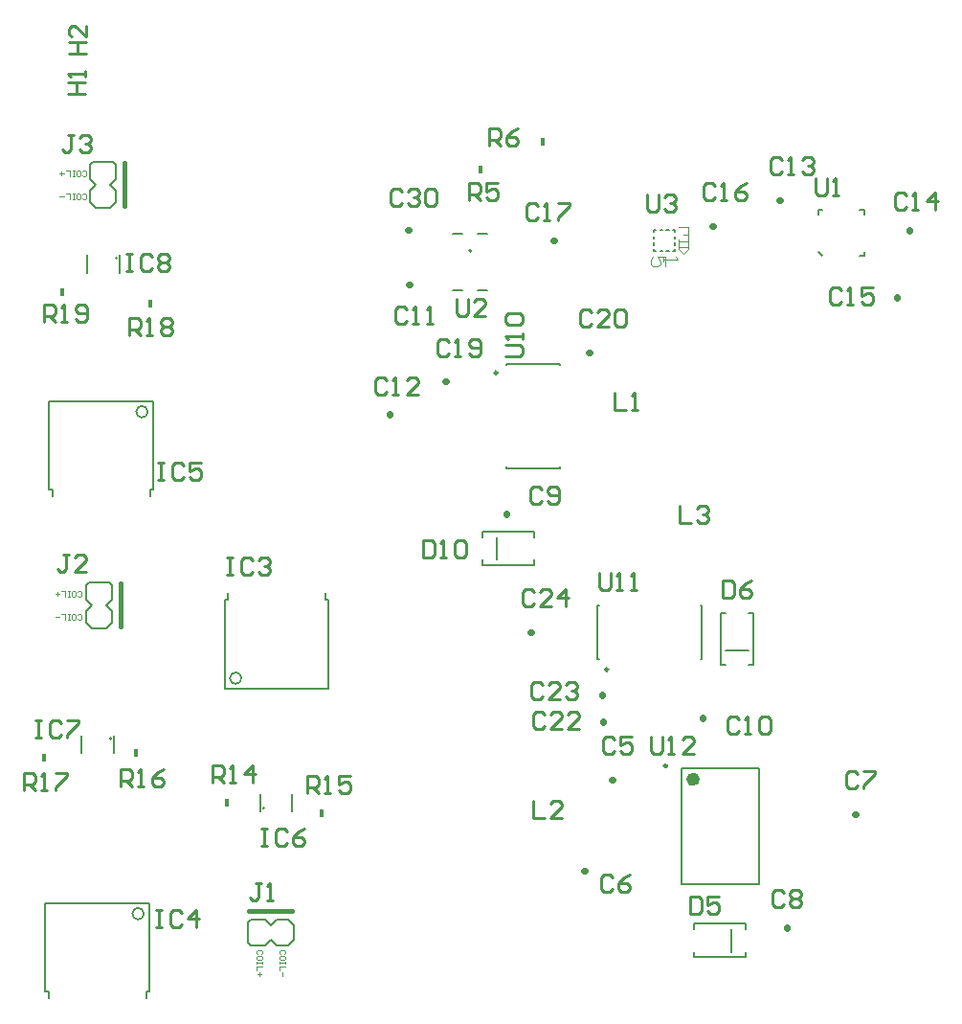
<source format=gto>
%FSLAX44Y44*%
%MOMM*%
G71*
G01*
G75*
G04 Layer_Color=65535*
%ADD10R,5.8166X8.0010*%
%ADD11R,0.8128X1.4224*%
%ADD12R,1.1176X1.0160*%
%ADD13R,1.0160X1.1176*%
%ADD14R,0.5080X1.2192*%
%ADD15R,1.2192X0.5080*%
%ADD16R,1.2700X1.4732*%
%ADD17R,2.5500X1.5500*%
%ADD18R,2.5500X0.9500*%
%ADD19R,2.5500X0.5500*%
%ADD20R,0.6096X0.9144*%
%ADD21R,1.6002X2.7178*%
%ADD22R,1.4732X1.2700*%
%ADD23O,2.0500X0.7000*%
%ADD24R,1.5500X2.5500*%
%ADD25R,0.9500X2.5500*%
%ADD26R,0.5500X2.5500*%
%ADD27R,2.7178X1.6002*%
%ADD28R,0.8128X0.3048*%
%ADD29R,0.3048X0.8128*%
%ADD30C,0.1524*%
%ADD31C,0.8000*%
%ADD32C,0.2540*%
%ADD33C,0.1540*%
%ADD34R,1.0080X1.0080*%
%ADD35C,1.5000*%
%ADD36C,1.5240*%
%ADD37C,0.5000*%
%ADD38C,6.3500*%
%ADD39P,1.3205X8X112.5*%
%ADD40R,1.2200X1.2200*%
%ADD41P,1.3205X8X22.5*%
%ADD42R,1.2200X1.2200*%
%ADD43C,1.2700*%
%ADD44C,1.0160*%
%ADD45C,1.9160*%
G04:AMPARAMS|DCode=46|XSize=2.424mm|YSize=2.424mm|CornerRadius=0mm|HoleSize=0mm|Usage=FLASHONLY|Rotation=0.000|XOffset=0mm|YOffset=0mm|HoleType=Round|Shape=Relief|Width=0.254mm|Gap=0.254mm|Entries=4|*
%AMTHD46*
7,0,0,2.4240,1.9160,0.2540,45*
%
%ADD46THD46*%
%ADD47C,1.7780*%
G04:AMPARAMS|DCode=48|XSize=2.286mm|YSize=2.286mm|CornerRadius=0mm|HoleSize=0mm|Usage=FLASHONLY|Rotation=0.000|XOffset=0mm|YOffset=0mm|HoleType=Round|Shape=Relief|Width=0.254mm|Gap=0.254mm|Entries=4|*
%AMTHD48*
7,0,0,2.2860,1.7780,0.2540,45*
%
%ADD48THD48*%
%ADD49C,1.5160*%
G04:AMPARAMS|DCode=50|XSize=4.699mm|YSize=4.699mm|CornerRadius=0mm|HoleSize=0mm|Usage=FLASHONLY|Rotation=0.000|XOffset=0mm|YOffset=0mm|HoleType=Round|Shape=Relief|Width=0.254mm|Gap=0.254mm|Entries=4|*
%AMTHD50*
7,0,0,4.6990,4.1910,0.2540,45*
%
%ADD50THD50*%
G04:AMPARAMS|DCode=51|XSize=4.724mm|YSize=4.724mm|CornerRadius=0mm|HoleSize=0mm|Usage=FLASHONLY|Rotation=0.000|XOffset=0mm|YOffset=0mm|HoleType=Round|Shape=Relief|Width=0.254mm|Gap=0.254mm|Entries=4|*
%AMTHD51*
7,0,0,4.7240,4.2160,0.2540,45*
%
%ADD51THD51*%
%ADD52C,1.8160*%
%ADD53C,1.7272*%
G04:AMPARAMS|DCode=54|XSize=2.2352mm|YSize=2.2352mm|CornerRadius=0mm|HoleSize=0mm|Usage=FLASHONLY|Rotation=0.000|XOffset=0mm|YOffset=0mm|HoleType=Round|Shape=Relief|Width=0.254mm|Gap=0.254mm|Entries=4|*
%AMTHD54*
7,0,0,2.2352,1.7272,0.2540,45*
%
%ADD54THD54*%
%ADD55C,0.2032*%
%ADD56C,0.2500*%
%ADD57C,0.0000*%
%ADD58C,0.6000*%
%ADD59C,0.5588*%
%ADD60C,0.2000*%
%ADD61C,0.1524*%
%ADD62C,0.4064*%
%ADD63C,0.0415*%
%ADD64C,0.0762*%
%ADD65R,0.4572X0.7620*%
D32*
X470330Y-358731D02*
Y-373966D01*
X480486D01*
X485565D02*
X490643D01*
X488104D01*
Y-358731D01*
X485565Y-361270D01*
X300990Y-489209D02*
Y-504444D01*
X308607D01*
X311146Y-501905D01*
Y-491749D01*
X308607Y-489209D01*
X300990D01*
X316225Y-504444D02*
X321303D01*
X318764D01*
Y-489209D01*
X316225Y-491749D01*
X328921D02*
X331460Y-489209D01*
X336538D01*
X339077Y-491749D01*
Y-501905D01*
X336538Y-504444D01*
X331460D01*
X328921Y-501905D01*
Y-491749D01*
X565834Y-524593D02*
Y-539828D01*
X573451D01*
X575990Y-537289D01*
Y-527132D01*
X573451Y-524593D01*
X565834D01*
X591225D02*
X586147Y-527132D01*
X581069Y-532211D01*
Y-537289D01*
X583608Y-539828D01*
X588686D01*
X591225Y-537289D01*
Y-534750D01*
X588686Y-532211D01*
X581069D01*
X537386Y-804247D02*
Y-819482D01*
X545003D01*
X547542Y-816943D01*
Y-806786D01*
X545003Y-804247D01*
X537386D01*
X562777D02*
X552621D01*
Y-811865D01*
X557699Y-809326D01*
X560238D01*
X562777Y-811865D01*
Y-816943D01*
X560238Y-819482D01*
X555160D01*
X552621Y-816943D01*
X503047Y-662310D02*
Y-675006D01*
X505586Y-677545D01*
X510664D01*
X513203Y-675006D01*
Y-662310D01*
X518282Y-677545D02*
X523360D01*
X520821D01*
Y-662310D01*
X518282Y-664849D01*
X541134Y-677545D02*
X530978D01*
X541134Y-667389D01*
Y-664849D01*
X538595Y-662310D01*
X533517D01*
X530978Y-664849D01*
X456916Y-518175D02*
Y-530871D01*
X459455Y-533410D01*
X464533D01*
X467072Y-530871D01*
Y-518175D01*
X472151Y-533410D02*
X477229D01*
X474690D01*
Y-518175D01*
X472151Y-520714D01*
X484847Y-533410D02*
X489925D01*
X487386D01*
Y-518175D01*
X484847Y-520714D01*
X373893Y-326264D02*
X386589Y-326369D01*
X389149Y-323851D01*
X389191Y-318773D01*
X386673Y-316213D01*
X373978Y-316107D01*
X389254Y-311156D02*
X389297Y-306078D01*
X389276Y-308617D01*
X374041Y-308490D01*
X376559Y-311050D01*
X376665Y-298355D02*
X374147Y-295794D01*
X374189Y-290716D01*
X376749Y-288198D01*
X386906Y-288283D01*
X389424Y-290843D01*
X389381Y-295921D01*
X386821Y-298439D01*
X376665Y-298355D01*
X499032Y-183471D02*
Y-196167D01*
X501571Y-198706D01*
X506649D01*
X509188Y-196167D01*
Y-183471D01*
X514267Y-186010D02*
X516806Y-183471D01*
X521884D01*
X524423Y-186010D01*
Y-188550D01*
X521884Y-191089D01*
X519345D01*
X521884D01*
X524423Y-193628D01*
Y-196167D01*
X521884Y-198706D01*
X516806D01*
X514267Y-196167D01*
X330962Y-276103D02*
Y-288799D01*
X333501Y-291338D01*
X338579D01*
X341118Y-288799D01*
Y-276103D01*
X356353Y-291338D02*
X346197D01*
X356353Y-281182D01*
Y-278643D01*
X353814Y-276103D01*
X348736D01*
X346197Y-278643D01*
X648384Y-169501D02*
Y-182197D01*
X650923Y-184736D01*
X656001D01*
X658540Y-182197D01*
Y-169501D01*
X663619Y-184736D02*
X668697D01*
X666158D01*
Y-169501D01*
X663619Y-172041D01*
X-33782Y-296418D02*
Y-281183D01*
X-26165D01*
X-23626Y-283722D01*
Y-288801D01*
X-26165Y-291340D01*
X-33782D01*
X-28704D02*
X-23626Y-296418D01*
X-18547D02*
X-13469D01*
X-16008D01*
Y-281183D01*
X-18547Y-283722D01*
X-5851Y-293879D02*
X-3312Y-296418D01*
X1766D01*
X4305Y-293879D01*
Y-283722D01*
X1766Y-281183D01*
X-3312D01*
X-5851Y-283722D01*
Y-286262D01*
X-3312Y-288801D01*
X4305D01*
X41148Y-307848D02*
Y-292613D01*
X48765D01*
X51304Y-295152D01*
Y-300231D01*
X48765Y-302770D01*
X41148D01*
X46226D02*
X51304Y-307848D01*
X56383D02*
X61461D01*
X58922D01*
Y-292613D01*
X56383Y-295152D01*
X69079D02*
X71618Y-292613D01*
X76696D01*
X79235Y-295152D01*
Y-297692D01*
X76696Y-300231D01*
X79235Y-302770D01*
Y-305309D01*
X76696Y-307848D01*
X71618D01*
X69079Y-305309D01*
Y-302770D01*
X71618Y-300231D01*
X69079Y-297692D01*
Y-295152D01*
X71618Y-300231D02*
X76696D01*
X-51562Y-710184D02*
Y-694949D01*
X-43945D01*
X-41406Y-697488D01*
Y-702567D01*
X-43945Y-705106D01*
X-51562D01*
X-46484D02*
X-41406Y-710184D01*
X-36327D02*
X-31249D01*
X-33788D01*
Y-694949D01*
X-36327Y-697488D01*
X-23631Y-694949D02*
X-13475D01*
Y-697488D01*
X-23631Y-707645D01*
Y-710184D01*
X33274Y-707136D02*
Y-691901D01*
X40891D01*
X43430Y-694441D01*
Y-699519D01*
X40891Y-702058D01*
X33274D01*
X38352D02*
X43430Y-707136D01*
X48509D02*
X53587D01*
X51048D01*
Y-691901D01*
X48509Y-694441D01*
X71361Y-691901D02*
X66283Y-694441D01*
X61205Y-699519D01*
Y-704597D01*
X63744Y-707136D01*
X68822D01*
X71361Y-704597D01*
Y-702058D01*
X68822Y-699519D01*
X61205D01*
X198873Y-712597D02*
Y-697362D01*
X206490D01*
X209029Y-699902D01*
Y-704980D01*
X206490Y-707519D01*
X198873D01*
X203951D02*
X209029Y-712597D01*
X214108D02*
X219186D01*
X216647D01*
Y-697362D01*
X214108Y-699902D01*
X236960Y-697362D02*
X226804D01*
Y-704980D01*
X231882Y-702441D01*
X234421D01*
X236960Y-704980D01*
Y-710058D01*
X234421Y-712597D01*
X229343D01*
X226804Y-710058D01*
X114730Y-703658D02*
Y-688423D01*
X122347D01*
X124886Y-690963D01*
Y-696041D01*
X122347Y-698580D01*
X114730D01*
X119808D02*
X124886Y-703658D01*
X129965D02*
X135043D01*
X132504D01*
Y-688423D01*
X129965Y-690963D01*
X150278Y-703658D02*
Y-688423D01*
X142661Y-696041D01*
X152817D01*
X359156Y-140716D02*
Y-125481D01*
X366773D01*
X369312Y-128020D01*
Y-133099D01*
X366773Y-135638D01*
X359156D01*
X364234D02*
X369312Y-140716D01*
X384547Y-125481D02*
X379469Y-128020D01*
X374391Y-133099D01*
Y-138177D01*
X376930Y-140716D01*
X382008D01*
X384547Y-138177D01*
Y-135638D01*
X382008Y-133099D01*
X374391D01*
X341630Y-188468D02*
Y-173233D01*
X349247D01*
X351786Y-175772D01*
Y-180851D01*
X349247Y-183390D01*
X341630D01*
X346708D02*
X351786Y-188468D01*
X367021Y-173233D02*
X356865D01*
Y-180851D01*
X361943Y-178312D01*
X364482D01*
X367021Y-180851D01*
Y-185929D01*
X364482Y-188468D01*
X359404D01*
X356865Y-185929D01*
X527734Y-458807D02*
Y-474042D01*
X537890D01*
X542969Y-461347D02*
X545508Y-458807D01*
X550586D01*
X553125Y-461347D01*
Y-463886D01*
X550586Y-466425D01*
X548047D01*
X550586D01*
X553125Y-468964D01*
Y-471503D01*
X550586Y-474042D01*
X545508D01*
X542969Y-471503D01*
X398448Y-719411D02*
Y-734646D01*
X408604D01*
X423839D02*
X413683D01*
X423839Y-724490D01*
Y-721951D01*
X421300Y-719411D01*
X416222D01*
X413683Y-721951D01*
X-7936Y-130617D02*
X-13014D01*
X-10475D01*
Y-143313D01*
X-13014Y-145852D01*
X-15553D01*
X-18092Y-143313D01*
X-2857Y-133156D02*
X-318Y-130617D01*
X4760D01*
X7299Y-133156D01*
Y-135696D01*
X4760Y-138235D01*
X2221D01*
X4760D01*
X7299Y-140774D01*
Y-143313D01*
X4760Y-145852D01*
X-318D01*
X-2857Y-143313D01*
X-12036Y-502101D02*
X-17114D01*
X-14575D01*
Y-514797D01*
X-17114Y-517336D01*
X-19653D01*
X-22192Y-514797D01*
X3199Y-517336D02*
X-6957D01*
X3199Y-507180D01*
Y-504641D01*
X660Y-502101D01*
X-4418D01*
X-6957Y-504641D01*
X157906Y-792055D02*
X152828D01*
X155367D01*
Y-804751D01*
X152828Y-807290D01*
X150289D01*
X147750Y-804751D01*
X162985Y-807290D02*
X168063D01*
X165524D01*
Y-792055D01*
X162985Y-794594D01*
X38354Y-236225D02*
X43432D01*
X40893D01*
Y-251460D01*
X38354D01*
X43432D01*
X61206Y-238764D02*
X58667Y-236225D01*
X53589D01*
X51049Y-238764D01*
Y-248921D01*
X53589Y-251460D01*
X58667D01*
X61206Y-248921D01*
X66285Y-238764D02*
X68824Y-236225D01*
X73902D01*
X76441Y-238764D01*
Y-241304D01*
X73902Y-243843D01*
X76441Y-246382D01*
Y-248921D01*
X73902Y-251460D01*
X68824D01*
X66285Y-248921D01*
Y-246382D01*
X68824Y-243843D01*
X66285Y-241304D01*
Y-238764D01*
X68824Y-243843D02*
X73902D01*
X-42164Y-648721D02*
X-37086D01*
X-39625D01*
Y-663956D01*
X-42164D01*
X-37086D01*
X-19312Y-651261D02*
X-21851Y-648721D01*
X-26929D01*
X-29469Y-651261D01*
Y-661417D01*
X-26929Y-663956D01*
X-21851D01*
X-19312Y-661417D01*
X-14233Y-648721D02*
X-4077D01*
Y-651261D01*
X-14233Y-661417D01*
Y-663956D01*
X157734Y-744225D02*
X162812D01*
X160273D01*
Y-759460D01*
X157734D01*
X162812D01*
X180586Y-746765D02*
X178047Y-744225D01*
X172969D01*
X170429Y-746765D01*
Y-756921D01*
X172969Y-759460D01*
X178047D01*
X180586Y-756921D01*
X195821Y-744225D02*
X190743Y-746765D01*
X185665Y-751843D01*
Y-756921D01*
X188204Y-759460D01*
X193282D01*
X195821Y-756921D01*
Y-754382D01*
X193282Y-751843D01*
X185665D01*
X66402Y-420315D02*
X71480D01*
X68941D01*
Y-435550D01*
X66402D01*
X71480D01*
X89254Y-422854D02*
X86715Y-420315D01*
X81637D01*
X79097Y-422854D01*
Y-433011D01*
X81637Y-435550D01*
X86715D01*
X89254Y-433011D01*
X104489Y-420315D02*
X94333D01*
Y-427933D01*
X99411Y-425394D01*
X101950D01*
X104489Y-427933D01*
Y-433011D01*
X101950Y-435550D01*
X96872D01*
X94333Y-433011D01*
X65278Y-816361D02*
X70356D01*
X67817D01*
Y-831596D01*
X65278D01*
X70356D01*
X88130Y-818901D02*
X85591Y-816361D01*
X80513D01*
X77973Y-818901D01*
Y-829057D01*
X80513Y-831596D01*
X85591D01*
X88130Y-829057D01*
X100826Y-831596D02*
Y-816361D01*
X93209Y-823979D01*
X103365D01*
X127176Y-504273D02*
X132254D01*
X129715D01*
Y-519508D01*
X127176D01*
X132254D01*
X150028Y-506813D02*
X147489Y-504273D01*
X142411D01*
X139872Y-506813D01*
Y-516969D01*
X142411Y-519508D01*
X147489D01*
X150028Y-516969D01*
X155106Y-506813D02*
X157646Y-504273D01*
X162724D01*
X165263Y-506813D01*
Y-509352D01*
X162724Y-511891D01*
X160185D01*
X162724D01*
X165263Y-514430D01*
Y-516969D01*
X162724Y-519508D01*
X157646D01*
X155106Y-516969D01*
X-11926Y-59436D02*
X3309D01*
X-4309D01*
Y-49280D01*
X-11926D01*
X3309D01*
Y-34045D02*
Y-44201D01*
X-6848Y-34045D01*
X-9387D01*
X-11926Y-36584D01*
Y-41662D01*
X-9387Y-44201D01*
X-13204Y-94742D02*
X2032D01*
X-5586D01*
Y-84586D01*
X-13204D01*
X2032D01*
Y-79507D02*
Y-74429D01*
Y-76968D01*
X-13204D01*
X-10664Y-79507D01*
X282444Y-180599D02*
X279905Y-178059D01*
X274827D01*
X272288Y-180599D01*
Y-190755D01*
X274827Y-193294D01*
X279905D01*
X282444Y-190755D01*
X287523Y-180599D02*
X290062Y-178059D01*
X295140D01*
X297679Y-180599D01*
Y-183138D01*
X295140Y-185677D01*
X292601D01*
X295140D01*
X297679Y-188216D01*
Y-190755D01*
X295140Y-193294D01*
X290062D01*
X287523Y-190755D01*
X302758Y-180599D02*
X305297Y-178059D01*
X310375D01*
X312915Y-180599D01*
Y-190755D01*
X310375Y-193294D01*
X305297D01*
X302758Y-190755D01*
Y-180599D01*
X399206Y-534753D02*
X396667Y-532213D01*
X391589D01*
X389050Y-534753D01*
Y-544909D01*
X391589Y-547448D01*
X396667D01*
X399206Y-544909D01*
X414441Y-547448D02*
X404285D01*
X414441Y-537292D01*
Y-534753D01*
X411902Y-532213D01*
X406824D01*
X404285Y-534753D01*
X427137Y-547448D02*
Y-532213D01*
X419520Y-539831D01*
X429677D01*
X406904Y-616970D02*
X404365Y-614431D01*
X399287D01*
X396748Y-616970D01*
Y-627127D01*
X399287Y-629666D01*
X404365D01*
X406904Y-627127D01*
X422139Y-629666D02*
X411983D01*
X422139Y-619510D01*
Y-616970D01*
X419600Y-614431D01*
X414522D01*
X411983Y-616970D01*
X427218D02*
X429757Y-614431D01*
X434835D01*
X437374Y-616970D01*
Y-619510D01*
X434835Y-622049D01*
X432296D01*
X434835D01*
X437374Y-624588D01*
Y-627127D01*
X434835Y-629666D01*
X429757D01*
X427218Y-627127D01*
X408428Y-643641D02*
X405889Y-641101D01*
X400811D01*
X398272Y-643641D01*
Y-653797D01*
X400811Y-656336D01*
X405889D01*
X408428Y-653797D01*
X423663Y-656336D02*
X413507D01*
X423663Y-646180D01*
Y-643641D01*
X421124Y-641101D01*
X416046D01*
X413507Y-643641D01*
X438899Y-656336D02*
X428742D01*
X438899Y-646180D01*
Y-643641D01*
X436359Y-641101D01*
X431281D01*
X428742Y-643641D01*
X450514Y-287356D02*
X447975Y-284817D01*
X442897D01*
X440358Y-287356D01*
Y-297513D01*
X442897Y-300052D01*
X447975D01*
X450514Y-297513D01*
X465749Y-300052D02*
X455593D01*
X465749Y-289896D01*
Y-287356D01*
X463210Y-284817D01*
X458132D01*
X455593Y-287356D01*
X470828D02*
X473367Y-284817D01*
X478445D01*
X480984Y-287356D01*
Y-297513D01*
X478445Y-300052D01*
X473367D01*
X470828Y-297513D01*
Y-287356D01*
X324022Y-313519D02*
X321483Y-310979D01*
X316405D01*
X313866Y-313519D01*
Y-323675D01*
X316405Y-326214D01*
X321483D01*
X324022Y-323675D01*
X329101Y-326214D02*
X334179D01*
X331640D01*
Y-310979D01*
X329101Y-313519D01*
X341796Y-323675D02*
X344336Y-326214D01*
X349414D01*
X351953Y-323675D01*
Y-313519D01*
X349414Y-310979D01*
X344336D01*
X341796Y-313519D01*
Y-316058D01*
X344336Y-318597D01*
X351953D01*
X402840Y-193552D02*
X400301Y-191013D01*
X395223D01*
X392684Y-193552D01*
Y-203709D01*
X395223Y-206248D01*
X400301D01*
X402840Y-203709D01*
X407919Y-206248D02*
X412997D01*
X410458D01*
Y-191013D01*
X407919Y-193552D01*
X420615Y-191013D02*
X430771D01*
Y-193552D01*
X420615Y-203709D01*
Y-206248D01*
X559480Y-175851D02*
X556941Y-173311D01*
X551863D01*
X549324Y-175851D01*
Y-186007D01*
X551863Y-188546D01*
X556941D01*
X559480Y-186007D01*
X564559Y-188546D02*
X569637D01*
X567098D01*
Y-173311D01*
X564559Y-175851D01*
X587411Y-173311D02*
X582333Y-175851D01*
X577254Y-180929D01*
Y-186007D01*
X579794Y-188546D01*
X584872D01*
X587411Y-186007D01*
Y-183468D01*
X584872Y-180929D01*
X577254D01*
X670810Y-268482D02*
X668271Y-265943D01*
X663193D01*
X660654Y-268482D01*
Y-278639D01*
X663193Y-281178D01*
X668271D01*
X670810Y-278639D01*
X675889Y-281178D02*
X680967D01*
X678428D01*
Y-265943D01*
X675889Y-268482D01*
X698741Y-265943D02*
X688585D01*
Y-273561D01*
X693663Y-271022D01*
X696202D01*
X698741Y-273561D01*
Y-278639D01*
X696202Y-281178D01*
X691124D01*
X688585Y-278639D01*
X728644Y-184741D02*
X726105Y-182201D01*
X721027D01*
X718488Y-184741D01*
Y-194897D01*
X721027Y-197436D01*
X726105D01*
X728644Y-194897D01*
X733723Y-197436D02*
X738801D01*
X736262D01*
Y-182201D01*
X733723Y-184741D01*
X754036Y-197436D02*
Y-182201D01*
X746419Y-189819D01*
X756575D01*
X618662Y-152737D02*
X616123Y-150197D01*
X611045D01*
X608506Y-152737D01*
Y-162893D01*
X611045Y-165432D01*
X616123D01*
X618662Y-162893D01*
X623741Y-165432D02*
X628819D01*
X626280D01*
Y-150197D01*
X623741Y-152737D01*
X636437D02*
X638976Y-150197D01*
X644054D01*
X646593Y-152737D01*
Y-155276D01*
X644054Y-157815D01*
X641515D01*
X644054D01*
X646593Y-160354D01*
Y-162893D01*
X644054Y-165432D01*
X638976D01*
X636437Y-162893D01*
X269158Y-347555D02*
X266619Y-345015D01*
X261541D01*
X259002Y-347555D01*
Y-357711D01*
X261541Y-360250D01*
X266619D01*
X269158Y-357711D01*
X274237Y-360250D02*
X279315D01*
X276776D01*
Y-345015D01*
X274237Y-347555D01*
X297089Y-360250D02*
X286933D01*
X297089Y-350094D01*
Y-347555D01*
X294550Y-345015D01*
X289472D01*
X286933Y-347555D01*
X286508Y-284739D02*
X283969Y-282199D01*
X278891D01*
X276352Y-284739D01*
Y-294895D01*
X278891Y-297434D01*
X283969D01*
X286508Y-294895D01*
X291587Y-297434D02*
X296665D01*
X294126D01*
Y-282199D01*
X291587Y-284739D01*
X304283Y-297434D02*
X309361D01*
X306822D01*
Y-282199D01*
X304283Y-284739D01*
X580132Y-647197D02*
X577593Y-644657D01*
X572515D01*
X569976Y-647197D01*
Y-657353D01*
X572515Y-659892D01*
X577593D01*
X580132Y-657353D01*
X585211Y-659892D02*
X590289D01*
X587750D01*
Y-644657D01*
X585211Y-647197D01*
X597907D02*
X600446Y-644657D01*
X605524D01*
X608063Y-647197D01*
Y-657353D01*
X605524Y-659892D01*
X600446D01*
X597907Y-657353D01*
Y-647197D01*
X406142Y-443997D02*
X403603Y-441457D01*
X398525D01*
X395986Y-443997D01*
Y-454153D01*
X398525Y-456692D01*
X403603D01*
X406142Y-454153D01*
X411221D02*
X413760Y-456692D01*
X418838D01*
X421377Y-454153D01*
Y-443997D01*
X418838Y-441457D01*
X413760D01*
X411221Y-443997D01*
Y-446536D01*
X413760Y-449075D01*
X421377D01*
X620391Y-800740D02*
X617852Y-798200D01*
X612774D01*
X610235Y-800740D01*
Y-810896D01*
X612774Y-813435D01*
X617852D01*
X620391Y-810896D01*
X625470Y-800740D02*
X628009Y-798200D01*
X633087D01*
X635626Y-800740D01*
Y-803279D01*
X633087Y-805818D01*
X635626Y-808357D01*
Y-810896D01*
X633087Y-813435D01*
X628009D01*
X625470Y-810896D01*
Y-808357D01*
X628009Y-805818D01*
X625470Y-803279D01*
Y-800740D01*
X628009Y-805818D02*
X633087D01*
X685718Y-696042D02*
X683179Y-693503D01*
X678101D01*
X675562Y-696042D01*
Y-706199D01*
X678101Y-708738D01*
X683179D01*
X685718Y-706199D01*
X690797Y-693503D02*
X700953D01*
Y-696042D01*
X690797Y-706199D01*
Y-708738D01*
X468880Y-786897D02*
X466341Y-784357D01*
X461263D01*
X458724Y-786897D01*
Y-797053D01*
X461263Y-799592D01*
X466341D01*
X468880Y-797053D01*
X484115Y-784357D02*
X479037Y-786897D01*
X473959Y-791975D01*
Y-797053D01*
X476498Y-799592D01*
X481576D01*
X484115Y-797053D01*
Y-794514D01*
X481576Y-791975D01*
X473959D01*
X470580Y-665309D02*
X468041Y-662769D01*
X462963D01*
X460424Y-665309D01*
Y-675465D01*
X462963Y-678004D01*
X468041D01*
X470580Y-675465D01*
X485815Y-662769D02*
X475659D01*
Y-670387D01*
X480737Y-667848D01*
X483276D01*
X485815Y-670387D01*
Y-675465D01*
X483276Y-678004D01*
X478198D01*
X475659Y-675465D01*
D55*
X54108Y-819152D02*
G03*
X54108Y-819152I-5080J0D01*
G01*
X343662Y-233254D02*
G03*
X343662Y-233254I-1016J0D01*
G01*
X140390Y-610970D02*
G03*
X140390Y-610970I-5080J0D01*
G01*
X57482Y-375550D02*
G03*
X57482Y-375550I-5080J0D01*
G01*
X-30152Y-894110D02*
Y-888268D01*
X56028Y-894110D02*
Y-888268D01*
X-33200D02*
X-30152D01*
X56028D02*
X58778D01*
Y-810152D01*
X-33200D02*
X58778D01*
X-33200Y-888268D02*
Y-810152D01*
X327406Y-268414D02*
X335534D01*
X349646D02*
X357646D01*
X349646Y-218268D02*
X357646D01*
X327406D02*
X335534D01*
X366268Y-506476D02*
Y-486316D01*
X399428D02*
Y-481816D01*
X353314D02*
X399428D01*
X353314Y-486316D02*
Y-481816D01*
Y-511048D02*
Y-506476D01*
Y-511048D02*
X399428D01*
Y-506476D01*
X573786Y-852772D02*
Y-832612D01*
X540626Y-857272D02*
Y-852772D01*
Y-857272D02*
X586740D01*
Y-852772D01*
Y-832612D02*
Y-828040D01*
X540626D02*
X586740D01*
X540626Y-832612D02*
Y-828040D01*
X568866Y-586486D02*
X589026D01*
X564366Y-553326D02*
X568866D01*
X564366Y-599440D02*
Y-553326D01*
Y-599440D02*
X568866D01*
X589026D02*
X593598D01*
Y-553326D01*
X589026D02*
X593598D01*
X214490Y-541854D02*
Y-536012D01*
X128310Y-541854D02*
Y-536012D01*
X214490Y-541854D02*
X217538D01*
X125560D02*
X128310D01*
X125560Y-619970D02*
Y-541854D01*
Y-619970D02*
X217538D01*
Y-541854D01*
X651002Y-233924D02*
X654558Y-237424D01*
X651002Y-200914D02*
Y-197358D01*
X654558D01*
X687568Y-237424D02*
X691068D01*
Y-233924D01*
X687568Y-197358D02*
X691068D01*
Y-200914D02*
Y-197358D01*
X-26778Y-450508D02*
Y-444666D01*
X59402Y-450508D02*
Y-444666D01*
X-29826D02*
X-26778D01*
X59402D02*
X62152D01*
Y-366550D01*
X-29826D02*
X62152D01*
X-29826Y-444666D02*
Y-366550D01*
X148690Y-847400D02*
X161390D01*
X146150Y-844860D02*
X148690Y-847400D01*
X146150Y-827080D02*
X148690Y-824540D01*
X146150Y-844860D02*
Y-827080D01*
X166470Y-842320D02*
X171550Y-847400D01*
X166470Y-829620D02*
X171550Y-824540D01*
X161390Y-847400D02*
X166470Y-842320D01*
X161390Y-824540D02*
X166470Y-829620D01*
X148690Y-824540D02*
X161390D01*
X181710D02*
X186790Y-829620D01*
X171550Y-824540D02*
X181710D01*
X171550Y-847400D02*
X181710D01*
X186790Y-842320D01*
Y-829620D01*
X2738Y-541332D02*
Y-528632D01*
X5278Y-526092D01*
X23058D02*
X25598Y-528632D01*
X5278Y-526092D02*
X23058D01*
X2738Y-551492D02*
X7818Y-546412D01*
X20518D02*
X25598Y-551492D01*
X2738Y-541332D02*
X7818Y-546412D01*
X20518D02*
X25598Y-541332D01*
Y-528632D01*
X20518Y-566732D02*
X25598Y-561652D01*
Y-551492D01*
X2738Y-561652D02*
Y-551492D01*
Y-561652D02*
X7818Y-566732D01*
X20518D01*
X6872Y-169830D02*
Y-157130D01*
X9412Y-154590D01*
X27192D02*
X29732Y-157130D01*
X9412Y-154590D02*
X27192D01*
X6872Y-179990D02*
X11952Y-174910D01*
X24652D02*
X29732Y-179990D01*
X6872Y-169830D02*
X11952Y-174910D01*
X24652D02*
X29732Y-169830D01*
Y-157130D01*
X24652Y-195230D02*
X29732Y-190150D01*
Y-179990D01*
X6872Y-190150D02*
Y-179990D01*
Y-190150D02*
X11952Y-195230D01*
X24652D01*
D56*
X366756Y-341142D02*
G03*
X366756Y-341142I-1250J0D01*
G01*
X516884Y-688484D02*
G03*
X516884Y-688484I-1250J0D01*
G01*
X464726Y-603264D02*
G03*
X464726Y-603264I-1250J0D01*
G01*
D57*
X160826Y-725970D02*
G03*
X160826Y-725970I-1016J0D01*
G01*
X25684Y-664252D02*
G03*
X25684Y-664252I-1016J0D01*
G01*
X30818Y-239750D02*
G03*
X30818Y-239750I-1016J0D01*
G01*
D58*
X542884Y-700434D02*
G03*
X542884Y-700434I-3000J0D01*
G01*
D59*
X720344Y-274879D02*
Y-274066D01*
X375158Y-466141D02*
Y-465328D01*
X416509Y-224282D02*
X417322D01*
X287731Y-214884D02*
X288544D01*
X288036Y-263144D02*
X288849D01*
X443484Y-781304D02*
X444297D01*
X548640Y-646938D02*
Y-646125D01*
X459486Y-626415D02*
Y-625602D01*
X460248Y-649783D02*
Y-648970D01*
X622808Y-831647D02*
Y-830834D01*
X396240Y-570230D02*
X397053D01*
X271526Y-378257D02*
Y-377444D01*
X321005Y-348996D02*
X321818D01*
X447548Y-322834D02*
X448361D01*
X467614Y-700786D02*
X468427D01*
X682752Y-731520D02*
X683565D01*
X556514Y-211328D02*
X557327D01*
X615696Y-188214D02*
X616509D01*
X731012Y-215443D02*
Y-214630D01*
D60*
X378525Y-425223D02*
X418525D01*
X378525Y-333223D02*
X418525D01*
Y-425223D02*
X422276D01*
X418525Y-333223D02*
X422276D01*
Y-334472D02*
Y-333223D01*
X374776Y-425222D02*
Y-423972D01*
X422276Y-425222D02*
Y-423972D01*
X374776Y-334472D02*
Y-333223D01*
X378525D01*
X374776Y-425223D02*
Y-425222D01*
Y-425223D02*
X378525D01*
X529884Y-793434D02*
X598384D01*
X529884Y-690434D02*
X598384D01*
Y-793434D02*
Y-690434D01*
X529884Y-793434D02*
Y-690434D01*
X547556Y-590245D02*
Y-550245D01*
X455556Y-590245D02*
Y-550245D01*
X547556D02*
Y-546494D01*
X455556Y-550245D02*
Y-546494D01*
X456806D01*
X546306Y-593994D02*
X547555D01*
X546306Y-546494D02*
X547555D01*
X455556Y-593994D02*
X456806D01*
X455556D02*
Y-590245D01*
X547555Y-593994D02*
X547556D01*
Y-590245D01*
D61*
X185534Y-728780D02*
Y-713096D01*
X157080Y-728780D02*
Y-713096D01*
X-1056Y-677126D02*
Y-661442D01*
X27398Y-677126D02*
Y-661442D01*
X4078Y-252624D02*
Y-236940D01*
X32532Y-252624D02*
Y-236940D01*
X516523Y-215011D02*
X518344D01*
X523875Y-222363D02*
Y-220542D01*
X510863Y-233553D02*
X512684D01*
X505333D02*
Y-231862D01*
X523875Y-228023D02*
Y-226202D01*
X522183Y-233553D02*
X523875D01*
Y-231862D01*
X505333Y-233553D02*
X507024D01*
X505333Y-216703D02*
Y-215011D01*
X522183D02*
X523875D01*
Y-216703D02*
Y-215011D01*
X505333Y-222363D02*
Y-220542D01*
Y-215011D02*
X507024D01*
X516523Y-233553D02*
X518344D01*
X510863Y-215011D02*
X512684D01*
X505333Y-228023D02*
Y-226202D01*
D62*
X147420Y-816920D02*
X185520D01*
X33218Y-565462D02*
Y-527362D01*
X37352Y-193960D02*
Y-155860D01*
D63*
X178406Y-854664D02*
X179270Y-853800D01*
Y-852074D01*
X178406Y-851210D01*
X174953D01*
X174090Y-852074D01*
Y-853800D01*
X174953Y-854664D01*
X179270Y-858980D02*
Y-857254D01*
X178406Y-856390D01*
X174953D01*
X174090Y-857254D01*
Y-858980D01*
X174953Y-859844D01*
X178406D01*
X179270Y-858980D01*
Y-861570D02*
Y-863297D01*
Y-862434D01*
X174090D01*
Y-861570D01*
Y-863297D01*
X179270Y-865887D02*
X174090D01*
Y-869340D01*
X176680Y-871067D02*
Y-874520D01*
X158086Y-854664D02*
X158949Y-853800D01*
Y-852074D01*
X158086Y-851210D01*
X154633D01*
X153770Y-852074D01*
Y-853800D01*
X154633Y-854664D01*
X158949Y-858980D02*
Y-857254D01*
X158086Y-856390D01*
X154633D01*
X153770Y-857254D01*
Y-858980D01*
X154633Y-859844D01*
X158086D01*
X158949Y-858980D01*
Y-861570D02*
Y-863297D01*
Y-862434D01*
X153770D01*
Y-861570D01*
Y-863297D01*
X158949Y-865887D02*
X153770D01*
Y-869340D01*
X156360Y-871067D02*
Y-874520D01*
X158086Y-872793D02*
X154633D01*
X-4526Y-558349D02*
X-3662Y-559212D01*
X-1936D01*
X-1072Y-558349D01*
Y-554896D01*
X-1936Y-554032D01*
X-3662D01*
X-4526Y-554896D01*
X-8842Y-559212D02*
X-7116D01*
X-6252Y-558349D01*
Y-554896D01*
X-7116Y-554032D01*
X-8842D01*
X-9706Y-554896D01*
Y-558349D01*
X-8842Y-559212D01*
X-11432D02*
X-13159D01*
X-12296D01*
Y-554032D01*
X-11432D01*
X-13159D01*
X-15749Y-559212D02*
Y-554032D01*
X-19202D01*
X-20929Y-556622D02*
X-24382D01*
X-4526Y-538029D02*
X-3662Y-538892D01*
X-1936D01*
X-1072Y-538029D01*
Y-534576D01*
X-1936Y-533712D01*
X-3662D01*
X-4526Y-534576D01*
X-8842Y-538892D02*
X-7116D01*
X-6252Y-538029D01*
Y-534576D01*
X-7116Y-533712D01*
X-8842D01*
X-9706Y-534576D01*
Y-538029D01*
X-8842Y-538892D01*
X-11432D02*
X-13159D01*
X-12296D01*
Y-533712D01*
X-11432D01*
X-13159D01*
X-15749Y-538892D02*
Y-533712D01*
X-19202D01*
X-20929Y-536302D02*
X-24382D01*
X-22655Y-538029D02*
Y-534576D01*
X-392Y-186847D02*
X472Y-187710D01*
X2198D01*
X3062Y-186847D01*
Y-183394D01*
X2198Y-182530D01*
X472D01*
X-392Y-183394D01*
X-4708Y-187710D02*
X-2982D01*
X-2118Y-186847D01*
Y-183394D01*
X-2982Y-182530D01*
X-4708D01*
X-5572Y-183394D01*
Y-186847D01*
X-4708Y-187710D01*
X-7298D02*
X-9025D01*
X-8162D01*
Y-182530D01*
X-7298D01*
X-9025D01*
X-11615Y-187710D02*
Y-182530D01*
X-15068D01*
X-16795Y-185120D02*
X-20248D01*
X-392Y-166527D02*
X472Y-167390D01*
X2198D01*
X3062Y-166527D01*
Y-163074D01*
X2198Y-162210D01*
X472D01*
X-392Y-163074D01*
X-4708Y-167390D02*
X-2982D01*
X-2118Y-166527D01*
Y-163074D01*
X-2982Y-162210D01*
X-4708D01*
X-5572Y-163074D01*
Y-166527D01*
X-4708Y-167390D01*
X-7298D02*
X-9025D01*
X-8162D01*
Y-162210D01*
X-7298D01*
X-9025D01*
X-11615Y-167390D02*
Y-162210D01*
X-15068D01*
X-16795Y-164800D02*
X-20248D01*
X-18521Y-166527D02*
Y-163074D01*
D64*
X515289Y-247097D02*
Y-238633D01*
X508941D01*
X511058Y-242865D01*
Y-244981D01*
X508941Y-247097D01*
X504710D01*
X502594Y-244981D01*
Y-240749D01*
X504710Y-238633D01*
X513914D02*
Y-242865D01*
Y-240749D01*
X526609D01*
X524493Y-238633D01*
X526841Y-224968D02*
X535305D01*
Y-212272D01*
X526841D01*
X535305Y-218620D02*
X531073D01*
X535305Y-223592D02*
Y-232056D01*
X531073Y-236288D01*
X526841Y-232056D01*
Y-223592D01*
Y-229940D01*
X535305D01*
D65*
X352044Y-161798D02*
D03*
X407162Y-136906D02*
D03*
X59944Y-280162D02*
D03*
X-18034Y-269494D02*
D03*
X47244Y-677418D02*
D03*
X-34544Y-680974D02*
D03*
X211446Y-730504D02*
D03*
X127508Y-721360D02*
D03*
M02*

</source>
